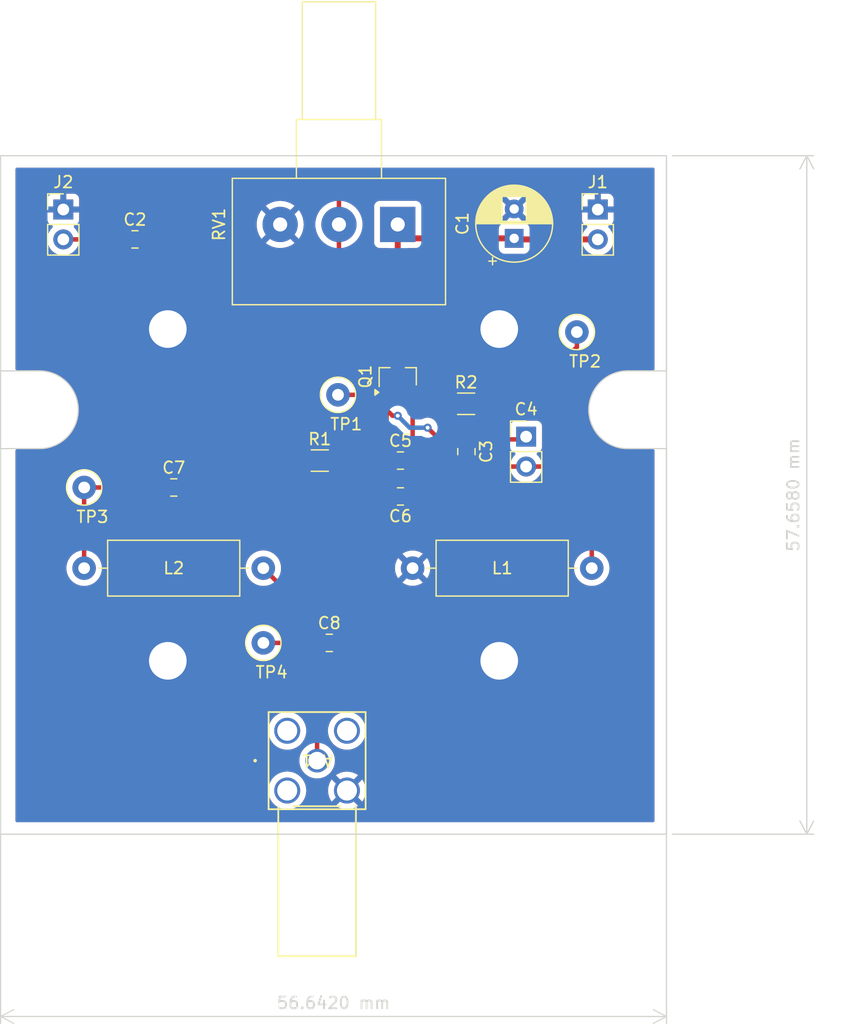
<source format=kicad_pcb>
(kicad_pcb (version 20240108) (generator "pcbnew") (generator_version "8.0")
  (title_block (title "Enter Title On Page Setting Dialog") (rev "1") (company "Ashton Johnson"))
  (layers (0 "F.Cu" signal) (31 "B.Cu" signal) (35 "F.Paste" user) (36 "B.SilkS" user "B.Silkscreen") (37 "F.SilkS" user "F.Silkscreen") (38 "B.Mask" user) (39 "F.Mask" user) (44 "Edge.Cuts" user))
  (net 0 "")
  (net 1 "GND")
  (net 2 "Net-(AE1-A)")
  (net 3 "+9V")
  (net 4 "Net-(J2-Pin_2)")
  (net 5 "Net-(C2-Pad2)")
  (net 6 "Net-(C3-Pad2)")
  (net 7 "Net-(Q1-B)")
  (net 8 "Net-(Q1-E)")
  (net 9 "Net-(C6-Pad2)")
  (footprint "TestPoint:TestPoint_Loop_D2.50mm_Drill1.0mm" (layer "F.Cu") (at 122.352 83.744)
    (property "Reference" "TP4" (at 0.7 2.5 0) (layer "F.SilkS"))
    (property "Value" "Output")
    (fp_circle (center 0 0) (end 1.5 0) (stroke (width 0.12)) (fill none) (layer "F.SilkS"))
    (pad "1" thru_hole circle (at 0 0) (size 2 2) (drill 1) (layers "*.Cu" "*.Mask") (net 2 "Net-(AE1-A)"))
  )
  (footprint "MountingHole:MountingHole_3.2mm_M3_ISO7380" (layer "F.Cu") (at 142.418 85.268)
    (property "Reference" "MH4" (hide yes))
    (property "Value" "MountingHole_3.2mm_M3_ISO7380" (hide yes))
    (pad "" np_thru_hole circle (at 0 0) (size 3.2 3.2) (drill 3.2) (layers "*.Cu" "*.Mask"))
  )
  (footprint "Connector_PinHeader_2.54mm:PinHeader_1x02_P2.54mm_Vertical" (layer "F.Cu") (at 144.704 66.218)
    (property "Reference" "C4" (at 0 -2.33 0) (layer "F.SilkS"))
    (property "Value" "20/160pF")
    (fp_line (start -1.33 -1.33) (end 0 -1.33) (stroke (width 0.12)) (layer "F.SilkS"))
    (fp_line (start -1.33 0) (end -1.33 -1.33) (stroke (width 0.12)) (layer "F.SilkS"))
    (fp_line (start -1.33 1.27) (end -1.33 3.87) (stroke (width 0.12)) (layer "F.SilkS"))
    (fp_line (start -1.33 1.27) (end 1.33 1.27) (stroke (width 0.12)) (layer "F.SilkS"))
    (fp_line (start -1.33 3.87) (end 1.33 3.87) (stroke (width 0.12)) (layer "F.SilkS"))
    (fp_line (start 1.33 1.27) (end 1.33 3.87) (stroke (width 0.12)) (layer "F.SilkS"))
    (pad "1" thru_hole rect (at 0 0) (size 1.7 1.7) (drill 1) (layers "*.Cu" "*.Mask") (net 7 "Net-(Q1-B)"))
    (pad "2" thru_hole oval (at 0 2.54) (size 1.7 1.7) (drill 1) (layers "*.Cu" "*.Mask") (net 6 "Net-(C3-Pad2)"))
  )
  (footprint "Potentiometer_THT:Potentiometer_Alps_RK163_Single_Horizontal" (layer "F.Cu") (at 133.782 48.184 -90)
    (property "Reference" "RV1" (at 0 15.2 90) (layer "F.SilkS"))
    (property "Value" "100k")
    (fp_line (start -3.92 14.07) (end -3.92 -4.07) (stroke (width 0.12)) (layer "F.SilkS"))
    (fp_line (start 6.82 14.07) (end -3.92 14.07) (stroke (width 0.12)) (layer "F.SilkS"))
    (fp_line (start 6.82 14.07) (end 6.82 -4.07) (stroke (width 0.12)) (layer "F.SilkS"))
    (fp_line (start -8.92 8.62) (end -8.92 1.38) (stroke (width 0.12)) (layer "F.SilkS"))
    (fp_line (start -3.92 8.62) (end -8.92 8.62) (stroke (width 0.12)) (layer "F.SilkS"))
    (fp_line (start -18.92 8.12) (end -18.92 1.88) (stroke (width 0.12)) (layer "F.SilkS"))
    (fp_line (start -8.92 8.12) (end -18.92 8.12) (stroke (width 0.12)) (layer "F.SilkS"))
    (fp_line (start -8.92 1.88) (end -18.92 1.88) (stroke (width 0.12)) (layer "F.SilkS"))
    (fp_line (start -3.92 1.38) (end -8.92 1.38) (stroke (width 0.12)) (layer "F.SilkS"))
    (fp_line (start 6.82 -4.07) (end -3.92 -4.07) (stroke (width 0.12)) (layer "F.SilkS"))
    (pad "1" thru_hole rect (at 0 0 90) (size 3 3) (drill 1.2) (layers "*.Cu" "*.Mask") (net 3 "+9V"))
    (pad "2" thru_hole circle (at 0 5 90) (size 3 3) (drill 1.2) (layers "*.Cu" "*.Mask") (net 5 "Net-(C2-Pad2)"))
    (pad "3" thru_hole circle (at 0 10 90) (size 3 3) (drill 1.2) (layers "*.Cu" "*.Mask") (net 1 "GND"))
  )
  (footprint "Capacitor_SMD:C_0805_2012Metric_Pad1.18x1.45mm_HandSolder" (layer "F.Cu") (at 139.624 67.488 -90)
    (property "Reference" "C3" (at 0 -1.68 90) (layer "F.SilkS"))
    (property "Value" "20pF")
    (fp_line (start -0.261252 0.735) (end 0.261252 0.735) (stroke (width 0.12)) (layer "F.SilkS"))
    (fp_line (start -0.261252 -0.735) (end 0.261252 -0.735) (stroke (width 0.12)) (layer "F.SilkS"))
    (pad "1" smd roundrect (at -1.0375 0 270) (size 1.175 1.45) (layers "F.Cu" "F.Paste" "F.Mask") (roundrect_rratio 0.212766) (net 7 "Net-(Q1-B)"))
    (pad "2" smd roundrect (at 1.0375 0 270) (size 1.175 1.45) (layers "F.Cu" "F.Paste" "F.Mask") (roundrect_rratio 0.212766) (net 6 "Net-(C3-Pad2)"))
  )
  (footprint "TestPoint:TestPoint_Loop_D2.50mm_Drill1.0mm" (layer "F.Cu") (at 107.112 70.536)
    (property "Reference" "TP3" (at 0.7 2.5 0) (layer "F.SilkS"))
    (property "Value" "Unfiltered Output")
    (fp_circle (center 0 0) (end 1.5 0) (stroke (width 0.12)) (fill none) (layer "F.SilkS"))
    (pad "1" thru_hole circle (at 0 0) (size 2 2) (drill 1) (layers "*.Cu" "*.Mask") (net 9 "Net-(C6-Pad2)"))
  )
  (footprint "Capacitor_SMD:C_0805_2012Metric_Pad1.18x1.45mm_HandSolder" (layer "F.Cu") (at 127.9615 83.744)
    (property "Reference" "C8" (at 0 -1.68 0) (layer "F.SilkS"))
    (property "Value" "47pF")
    (fp_line (start -0.261252 -0.735) (end 0.261252 -0.735) (stroke (width 0.12)) (layer "F.SilkS"))
    (fp_line (start -0.261252 0.735) (end 0.261252 0.735) (stroke (width 0.12)) (layer "F.SilkS"))
    (pad "1" smd roundrect (at -1.0375 0) (size 1.175 1.45) (layers "F.Cu" "F.Paste" "F.Mask") (roundrect_rratio 0.212766) (net 2 "Net-(AE1-A)"))
    (pad "2" smd roundrect (at 1.0375 0) (size 1.175 1.45) (layers "F.Cu" "F.Paste" "F.Mask") (roundrect_rratio 0.212766) (net 1 "GND"))
  )
  (footprint "gos:COAX4GND_132203RP_AMP" (layer "F.Cu") (at 126.924 93.7516 180)
    (property "Reference" "AE1" (at 0 0 180) (layer "F.SilkS"))
    (property "Value" "~")
    (fp_line (start 4.1275 4.1275) (end 4.1275 -4.1275) (stroke (width 0.1524)) (layer "F.SilkS"))
    (fp_line (start 4.1275 -4.1275) (end -4.1275 -4.1275) (stroke (width 0.1524)) (layer "F.SilkS"))
    (fp_line (start 3.302 -3.8735) (end 3.302 -16.6243) (stroke (width 0.1524)) (layer "F.SilkS"))
    (fp_line (start 3.302 -16.6243) (end -3.302 -16.6243) (stroke (width 0.1524)) (layer "F.SilkS"))
    (fp_line (start -2.002797 -3.8735) (end 2.002797 -3.8735) (stroke (width 0.1524)) (layer "F.SilkS"))
    (fp_line (start -3.302 -16.6243) (end -3.302 -3.8735) (stroke (width 0.1524)) (layer "F.SilkS"))
    (fp_line (start -4.1275 4.1275) (end 4.1275 4.1275) (stroke (width 0.1524)) (layer "F.SilkS"))
    (fp_line (start -4.1275 -4.1275) (end -4.1275 4.1275) (stroke (width 0.1524)) (layer "F.SilkS"))
    (fp_circle (center 5.2705 0) (end 5.3467 0) (stroke (width 0.1524)) (fill none) (layer "F.SilkS"))
    (pad "1" thru_hole circle (at 0 0 180) (size 2.0066 2.0066) (drill 1.4986) (layers "*.Cu" "*.Mask") (net 2 "Net-(AE1-A)"))
    (pad "2" thru_hole circle (at -2.54 -2.54 180) (size 2.2098 2.2098) (drill 1.7018) (layers "*.Cu" "*.Mask") (net 1 "GND"))
    (pad "3" thru_hole circle (at -2.54 2.54 180) (size 2.2098 2.2098) (drill 1.7018) (layers "*.Cu" "*.Mask"))
    (pad "4" thru_hole circle (at 2.54 2.54 180) (size 2.2098 2.2098) (drill 1.7018) (layers "*.Cu" "*.Mask"))
    (pad "5" thru_hole circle (at 2.54 -2.54 180) (size 2.2098 2.2098) (drill 1.7018) (layers "*.Cu" "*.Mask"))
  )
  (footprint "Inductor_THT:L_Axial_L11.0mm_D4.5mm_P15.24mm_Horizontal_Fastron_MECC" (layer "F.Cu") (at 135.047 77.394)
    (property "Reference" "L1" (at 7.625 0 0) (layer "F.SilkS"))
    (property "Value" "330uH")
    (fp_line (start 1.24 0) (end 2 0) (stroke (width 0.12)) (layer "F.SilkS"))
    (fp_line (start 2 -2.37) (end 2 2.37) (stroke (width 0.12)) (layer "F.SilkS"))
    (fp_line (start 2 2.37) (end 13.24 2.37) (stroke (width 0.12)) (layer "F.SilkS"))
    (fp_line (start 13.24 -2.37) (end 2 -2.37) (stroke (width 0.12)) (layer "F.SilkS"))
    (fp_line (start 13.24 2.37) (end 13.24 -2.37) (stroke (width 0.12)) (layer "F.SilkS"))
    (fp_line (start 14 0) (end 13.24 0) (stroke (width 0.12)) (layer "F.SilkS"))
    (pad "1" thru_hole circle (at 0 0) (size 2 2) (drill 1) (layers "*.Cu" "*.Mask") (net 1 "GND"))
    (pad "2" thru_hole oval (at 15.24 0) (size 2 2) (drill 1) (layers "*.Cu" "*.Mask") (net 6 "Net-(C3-Pad2)"))
  )
  (footprint "MountingHole:MountingHole_3.2mm_M3_ISO7380" (layer "F.Cu") (at 114.224 85.268)
    (property "Reference" "MH2" (hide yes))
    (property "Value" "MountingHole_3.2mm_M3_ISO7380" (hide yes))
    (pad "" np_thru_hole circle (at 0 0) (size 3.2 3.2) (drill 3.2) (layers "*.Cu" "*.Mask"))
  )
  (footprint "Resistor_SMD:R_1206_3216Metric_Pad1.30x1.75mm_HandSolder" (layer "F.Cu") (at 127.152 68.25)
    (property "Reference" "R1" (at 0 -1.82 0) (layer "F.SilkS"))
    (property "Value" "10k")
    (fp_line (start -0.727064 -0.91) (end 0.727064 -0.91) (stroke (width 0.12)) (layer "F.SilkS"))
    (fp_line (start -0.727064 0.91) (end 0.727064 0.91) (stroke (width 0.12)) (layer "F.SilkS"))
    (pad "1" smd roundrect (at -1.55 0) (size 1.3 1.75) (layers "F.Cu" "F.Paste" "F.Mask") (roundrect_rratio 0.192308) (net 5 "Net-(C2-Pad2)"))
    (pad "2" smd roundrect (at 1.55 0) (size 1.3 1.75) (layers "F.Cu" "F.Paste" "F.Mask") (roundrect_rratio 0.192308) (net 7 "Net-(Q1-B)"))
  )
  (footprint "Capacitor_SMD:C_0805_2012Metric_Pad1.18x1.45mm_HandSolder" (layer "F.Cu") (at 134.0145 68.25)
    (property "Reference" "C5" (at 0 -1.68 0) (layer "F.SilkS"))
    (property "Value" "220pF")
    (fp_line (start -0.261252 -0.735) (end 0.261252 -0.735) (stroke (width 0.12)) (layer "F.SilkS"))
    (fp_line (start -0.261252 0.735) (end 0.261252 0.735) (stroke (width 0.12)) (layer "F.SilkS"))
    (pad "1" smd roundrect (at -1.0375 0) (size 1.175 1.45) (layers "F.Cu" "F.Paste" "F.Mask") (roundrect_rratio 0.212766) (net 7 "Net-(Q1-B)"))
    (pad "2" smd roundrect (at 1.0375 0) (size 1.175 1.45) (layers "F.Cu" "F.Paste" "F.Mask") (roundrect_rratio 0.212766) (net 8 "Net-(Q1-E)"))
  )
  (footprint "Inductor_THT:L_Axial_L11.0mm_D4.5mm_P15.24mm_Horizontal_Fastron_MECC" (layer "F.Cu") (at 107.107 77.394)
    (property "Reference" "L2" (at 7.625 0 0) (layer "F.SilkS"))
    (property "Value" "220uH")
    (fp_line (start 1.24 0) (end 2 0) (stroke (width 0.12)) (layer "F.SilkS"))
    (fp_line (start 2 -2.37) (end 2 2.37) (stroke (width 0.12)) (layer "F.SilkS"))
    (fp_line (start 2 2.37) (end 13.24 2.37) (stroke (width 0.12)) (layer "F.SilkS"))
    (fp_line (start 13.24 -2.37) (end 2 -2.37) (stroke (width 0.12)) (layer "F.SilkS"))
    (fp_line (start 13.24 2.37) (end 13.24 -2.37) (stroke (width 0.12)) (layer "F.SilkS"))
    (fp_line (start 14 0) (end 13.24 0) (stroke (width 0.12)) (layer "F.SilkS"))
    (pad "1" thru_hole circle (at 0 0) (size 2 2) (drill 1) (layers "*.Cu" "*.Mask") (net 9 "Net-(C6-Pad2)"))
    (pad "2" thru_hole oval (at 15.24 0) (size 2 2) (drill 1) (layers "*.Cu" "*.Mask") (net 2 "Net-(AE1-A)"))
  )
  (footprint "Capacitor_SMD:C_0805_2012Metric_Pad1.18x1.45mm_HandSolder" (layer "F.Cu") (at 134.0145 71.298 180)
    (property "Reference" "C6" (at 0 -1.68 180) (layer "F.SilkS"))
    (property "Value" "100nF")
    (fp_line (start -0.261252 0.735) (end 0.261252 0.735) (stroke (width 0.12)) (layer "F.SilkS"))
    (fp_line (start -0.261252 -0.735) (end 0.261252 -0.735) (stroke (width 0.12)) (layer "F.SilkS"))
    (pad "1" smd roundrect (at -1.0375 0 180) (size 1.175 1.45) (layers "F.Cu" "F.Paste" "F.Mask") (roundrect_rratio 0.212766) (net 8 "Net-(Q1-E)"))
    (pad "2" smd roundrect (at 1.0375 0 180) (size 1.175 1.45) (layers "F.Cu" "F.Paste" "F.Mask") (roundrect_rratio 0.212766) (net 9 "Net-(C6-Pad2)"))
  )
  (footprint "TestPoint:TestPoint_Loop_D2.50mm_Drill1.0mm" (layer "F.Cu") (at 149.022 57.328)
    (property "Reference" "TP2" (at 0.7 2.5 0) (layer "F.SilkS"))
    (property "Value" "Q1 Output")
    (fp_circle (center 0 0) (end 1.5 0) (stroke (width 0.12)) (fill none) (layer "F.SilkS"))
    (pad "1" thru_hole circle (at 0 0) (size 2 2) (drill 1) (layers "*.Cu" "*.Mask") (net 8 "Net-(Q1-E)"))
  )
  (footprint "Connector_PinHeader_2.54mm:PinHeader_1x02_P2.54mm_Vertical" (layer "F.Cu") (at 150.8 46.914)
    (property "Reference" "J1" (at 0 -2.33 0) (layer "F.SilkS"))
    (property "Value" "Power 9V")
    (fp_line (start -1.33 -1.33) (end 0 -1.33) (stroke (width 0.12)) (layer "F.SilkS"))
    (fp_line (start -1.33 0) (end -1.33 -1.33) (stroke (width 0.12)) (layer "F.SilkS"))
    (fp_line (start -1.33 1.27) (end -1.33 3.87) (stroke (width 0.12)) (layer "F.SilkS"))
    (fp_line (start -1.33 1.27) (end 1.33 1.27) (stroke (width 0.12)) (layer "F.SilkS"))
    (fp_line (start -1.33 3.87) (end 1.33 3.87) (stroke (width 0.12)) (layer "F.SilkS"))
    (fp_line (start 1.33 1.27) (end 1.33 3.87) (stroke (width 0.12)) (layer "F.SilkS"))
    (pad "1" thru_hole rect (at 0 0) (size 1.7 1.7) (drill 1) (layers "*.Cu" "*.Mask") (net 1 "GND"))
    (pad "2" thru_hole oval (at 0 2.54) (size 1.7 1.7) (drill 1) (layers "*.Cu" "*.Mask") (net 3 "+9V"))
  )
  (footprint "TestPoint:TestPoint_Loop_D2.50mm_Drill1.0mm" (layer "F.Cu") (at 128.702 62.662)
    (property "Reference" "TP1" (at 0.7 2.5 0) (layer "F.SilkS"))
    (property "Value" "Q1 Input")
    (fp_circle (center 0 0) (end 1.5 0) (stroke (width 0.12)) (fill none) (layer "F.SilkS"))
    (pad "1" thru_hole circle (at 0 0) (size 2 2) (drill 1) (layers "*.Cu" "*.Mask") (net 7 "Net-(Q1-B)"))
  )
  (footprint "Connector_PinHeader_2.54mm:PinHeader_1x02_P2.54mm_Vertical" (layer "F.Cu") (at 105.334 46.914)
    (property "Reference" "J2" (at 0 -2.33 0) (layer "F.SilkS"))
    (property "Value" "Signal in")
    (fp_line (start -1.33 -1.33) (end 0 -1.33) (stroke (width 0.12)) (layer "F.SilkS"))
    (fp_line (start -1.33 0) (end -1.33 -1.33) (stroke (width 0.12)) (layer "F.SilkS"))
    (fp_line (start -1.33 1.27) (end -1.33 3.87) (stroke (width 0.12)) (layer "F.SilkS"))
    (fp_line (start -1.33 1.27) (end 1.33 1.27) (stroke (width 0.12)) (layer "F.SilkS"))
    (fp_line (start -1.33 3.87) (end 1.33 3.87) (stroke (width 0.12)) (layer "F.SilkS"))
    (fp_line (start 1.33 1.27) (end 1.33 3.87) (stroke (width 0.12)) (layer "F.SilkS"))
    (pad "1" thru_hole rect (at 0 0) (size 1.7 1.7) (drill 1) (layers "*.Cu" "*.Mask") (net 1 "GND"))
    (pad "2" thru_hole oval (at 0 2.54) (size 1.7 1.7) (drill 1) (layers "*.Cu" "*.Mask") (net 4 "Net-(J2-Pin_2)"))
  )
  (footprint "Capacitor_THT:CP_Radial_D6.3mm_P2.50mm" (layer "F.Cu") (at 143.688 49.36638 90)
    (property "Reference" "C1" (at 1.25 -4.4 -90) (layer "F.SilkS"))
    (property "Value" "100uF")
    (fp_line (start 1.33 -3.23) (end 1.33 3.23) (stroke (width 0.12)) (layer "F.SilkS"))
    (fp_line (start 1.29 -3.23) (end 1.29 3.23) (stroke (width 0.12)) (layer "F.SilkS"))
    (fp_line (start 1.25 -3.23) (end 1.25 3.23) (stroke (width 0.12)) (layer "F.SilkS"))
    (fp_line (start 1.37 -3.228) (end 1.37 3.228) (stroke (width 0.12)) (layer "F.SilkS"))
    (fp_line (start 1.41 -3.227) (end 1.41 3.227) (stroke (width 0.12)) (layer "F.SilkS"))
    (fp_line (start 1.45 -3.224) (end 1.45 3.224) (stroke (width 0.12)) (layer "F.SilkS"))
    (fp_line (start 1.49 -3.222) (end 1.49 -1.04) (stroke (width 0.12)) (layer "F.SilkS"))
    (fp_line (start 1.53 -3.218) (end 1.53 -1.04) (stroke (width 0.12)) (layer "F.SilkS"))
    (fp_line (start 1.57 -3.215) (end 1.57 -1.04) (stroke (width 0.12)) (layer "F.SilkS"))
    (fp_line (start 1.61 -3.211) (end 1.61 -1.04) (stroke (width 0.12)) (layer "F.SilkS"))
    (fp_line (start 1.65 -3.206) (end 1.65 -1.04) (stroke (width 0.12)) (layer "F.SilkS"))
    (fp_line (start 1.69 -3.201) (end 1.69 -1.04) (stroke (width 0.12)) (layer "F.SilkS"))
    (fp_line (start 1.73 -3.195) (end 1.73 -1.04) (stroke (width 0.12)) (layer "F.SilkS"))
    (fp_line (start 1.77 -3.189) (end 1.77 -1.04) (stroke (width 0.12)) (layer "F.SilkS"))
    (fp_line (start 1.81 -3.182) (end 1.81 -1.04) (stroke (width 0.12)) (layer "F.SilkS"))
    (fp_line (start 1.85 -3.175) (end 1.85 -1.04) (stroke (width 0.12)) (layer "F.SilkS"))
    (fp_line (start 1.89 -3.167) (end 1.89 -1.04) (stroke (width 0.12)) (layer "F.SilkS"))
    (fp_line (start 1.93 -3.159) (end 1.93 -1.04) (stroke (width 0.12)) (layer "F.SilkS"))
    (fp_line (start 1.971 -3.15) (end 1.971 -1.04) (stroke (width 0.12)) (layer "F.SilkS"))
    (fp_line (start 2.011 -3.141) (end 2.011 -1.04) (stroke (width 0.12)) (layer "F.SilkS"))
    (fp_line (start 2.051 -3.131) (end 2.051 -1.04) (stroke (width 0.12)) (layer "F.SilkS"))
    (fp_line (start 2.091 -3.121) (end 2.091 -1.04) (stroke (width 0.12)) (layer "F.SilkS"))
    (fp_line (start 2.131 -3.11) (end 2.131 -1.04) (stroke (width 0.12)) (layer "F.SilkS"))
    (fp_line (start 2.171 -3.098) (end 2.171 -1.04) (stroke (width 0.12)) (layer "F.SilkS"))
    (fp_line (start 2.211 -3.086) (end 2.211 -1.04) (stroke (width 0.12)) (layer "F.SilkS"))
    (fp_line (start 2.251 -3.074) (end 2.251 -1.04) (stroke (width 0.12)) (layer "F.SilkS"))
    (fp_line (start 2.291 -3.061) (end 2.291 -1.04) (stroke (width 0.12)) (layer "F.SilkS"))
    (fp_line (start 2.331 -3.047) (end 2.331 -1.04) (stroke (width 0.12)) (layer "F.SilkS"))
    (fp_line (start 2.371 -3.033) (end 2.371 -1.04) (stroke (width 0.12)) (layer "F.SilkS"))
    (fp_line (start 2.411 -3.018) (end 2.411 -1.04) (stroke (width 0.12)) (layer "F.SilkS"))
    (fp_line (start 2.451 -3.002) (end 2.451 -1.04) (stroke (width 0.12)) (layer "F.SilkS"))
    (fp_line (start 2.491 -2.986) (end 2.491 -1.04) (stroke (width 0.12)) (layer "F.SilkS"))
    (fp_line (start 2.531 -2.97) (end 2.531 -1.04) (stroke (width 0.12)) (layer "F.SilkS"))
    (fp_line (start 2.571 -2.952) (end 2.571 -1.04) (stroke (width 0.12)) (layer "F.SilkS"))
    (fp_line (start 2.611 -2.934) (end 2.611 -1.04) (stroke (width 0.12)) (layer "F.SilkS"))
    (fp_line (start 2.651 -2.916) (end 2.651 -1.04) (stroke (width 0.12)) (layer "F.SilkS"))
    (fp_line (start 2.691 -2.896) (end 2.691 -1.04) (stroke (width 0.12)) (layer "F.SilkS"))
    (fp_line (start 2.731 -2.876) (end 2.731 -1.04) (stroke (width 0.12)) (layer "F.SilkS"))
    (fp_line (start 2.771 -2.856) (end 2.771 -1.04) (stroke (width 0.12)) (layer "F.SilkS"))
    (fp_line (start 2.811 -2.834) (end 2.811 -1.04) (stroke (width 0.12)) (layer "F.SilkS"))
    (fp_line (start 2.851 -2.812) (end 2.851 -1.04) (stroke (width 0.12)) (layer "F.SilkS"))
    (fp_line (start 2.891 -2.79) (end 2.891 -1.04) (stroke (width 0.12)) (layer "F.SilkS"))
    (fp_line (start 2.931 -2.766) (end 2.931 -1.04) (stroke (width 0.12)) (layer "F.SilkS"))
    (fp_line (start 2.971 -2.742) (end 2.971 -1.04) (stroke (width 0.12)) (layer "F.SilkS"))
    (fp_line (start 3.011 -2.716) (end 3.011 -1.04) (stroke (width 0.12)) (layer "F.SilkS"))
    (fp_line (start 3.051 -2.69) (end 3.051 -1.04) (stroke (width 0.12)) (layer "F.SilkS"))
    (fp_line (start 3.091 -2.664) (end 3.091 -1.04) (stroke (width 0.12)) (layer "F.SilkS"))
    (fp_line (start 3.131 -2.636) (end 3.131 -1.04) (stroke (width 0.12)) (layer "F.SilkS"))
    (fp_line (start 3.171 -2.607) (end 3.171 -1.04) (stroke (width 0.12)) (layer "F.SilkS"))
    (fp_line (start 3.211 -2.578) (end 3.211 -1.04) (stroke (width 0.12)) (layer "F.SilkS"))
    (fp_line (start 3.251 -2.548) (end 3.251 -1.04) (stroke (width 0.12)) (layer "F.SilkS"))
    (fp_line (start 3.291 -2.516) (end 3.291 -1.04) (stroke (width 0.12)) (layer "F.SilkS"))
    (fp_line (start 3.331 -2.484) (end 3.331 -1.04) (stroke (width 0.12)) (layer "F.SilkS"))
    (fp_line (start 3.371 -2.45) (end 3.371 -1.04) (stroke (width 0.12)) (layer "F.SilkS"))
    (fp_line (start 3.411 -2.416) (end 3.411 -1.04) (stroke (width 0.12)) (layer "F.SilkS"))
    (fp_line (start 3.451 -2.38) (end 3.451 -1.04) (stroke (width 0.12)) (layer "F.SilkS"))
    (fp_line (start 3.491 -2.343) (end 3.491 -1.04) (stroke (width 0.12)) (layer "F.SilkS"))
    (fp_line (start 3.531 -2.305) (end 3.531 -1.04) (stroke (width 0.12)) (layer "F.SilkS"))
    (fp_line (start 3.571 -2.265) (end 3.571 2.265) (stroke (width 0.12)) (layer "F.SilkS"))
    (fp_line (start 3.611 -2.224) (end 3.611 2.224) (stroke (width 0.12)) (layer "F.SilkS"))
    (fp_line (start 3.651 -2.182) (end 3.651 2.182) (stroke (width 0.12)) (layer "F.SilkS"))
    (fp_line (start -1.935241 -2.154) (end -1.935241 -1.524) (stroke (width 0.12)) (layer "F.SilkS"))
    (fp_line (start 3.691 -2.137) (end 3.691 2.137) (stroke (width 0.12)) (layer "F.SilkS"))
    (fp_line (start 3.731 -2.092) (end 3.731 2.092) (stroke (width 0.12)) (layer "F.SilkS"))
    (fp_line (start 3.771 -2.044) (end 3.771 2.044) (stroke (width 0.12)) (layer "F.SilkS"))
    (fp_line (start 3.811 -1.995) (end 3.811 1.995) (stroke (width 0.12)) (layer "F.SilkS"))
    (fp_line (start 3.851 -1.944) (end 3.851 1.944) (stroke (width 0.12)) (layer "F.SilkS"))
    (fp_line (start 3.891 -1.89) (end 3.891 1.89) (stroke (width 0.12)) (layer "F.SilkS"))
    (fp_line (start -2.250241 -1.839) (end -1.620241 -1.839) (stroke (width 0.12)) (layer "F.SilkS"))
    (fp_line (start 3.931 -1.834) (end 3.931 1.834) (stroke (width 0.12)) (layer "F.SilkS"))
    (fp_line (start 3.971 -1.776) (end 3.971 1.776) (stroke (width 0.12)) (layer "F.SilkS"))
    (fp_line (start 4.011 -1.714) (end 4.011 1.714) (stroke (width 0.12)) (layer "F.SilkS"))
    (fp_line (start 4.051 -1.65) (end 4.051 1.65) (stroke (width 0.12)) (layer "F.SilkS"))
    (fp_line (start 4.091 -1.581) (end 4.091 1.581) (stroke (width 0.12)) (layer "F.SilkS"))
    (fp_line (start 4.131 -1.509) (end 4.131 1.509) (stroke (width 0.12)) (layer "F.SilkS"))
    (fp_line (start 4.171 -1.432) (end 4.171 1.432) (stroke (width 0.12)) (layer "F.SilkS"))
    (fp_line (start 4.211 -1.35) (end 4.211 1.35) (stroke (width 0.12)) (layer "F.SilkS"))
    (fp_line (start 4.251 -1.262) (end 4.251 1.262) (stroke (width 0.12)) (layer "F.SilkS"))
    (fp_line (start 4.291 -1.165) (end 4.291 1.165) (stroke (width 0.12)) (layer "F.SilkS"))
    (fp_line (start 4.331 -1.059) (end 4.331 1.059) (stroke (width 0.12)) (layer "F.SilkS"))
    (fp_line (start 4.371 -0.94) (end 4.371 0.94) (stroke (width 0.12)) (layer "F.SilkS"))
    (fp_line (start 4.411 -0.802) (end 4.411 0.802) (stroke (width 0.12)) (layer "F.SilkS"))
    (fp_line (start 4.451 -0.633) (end 4.451 0.633) (stroke (width 0.12)) (layer "F.SilkS"))
    (fp_line (start 4.491 -0.402) (end 4.491 0.402) (stroke (width 0.12)) (layer "F.SilkS"))
    (fp_line (start 3.531 1.04) (end 3.531 2.305) (stroke (width 0.12)) (layer "F.SilkS"))
    (fp_line (start 3.491 1.04) (end 3.491 2.343) (stroke (width 0.12)) (layer "F.SilkS"))
    (fp_line (start 3.451 1.04) (end 3.451 2.38) (stroke (width 0.12)) (layer "F.SilkS"))
    (fp_line (start 3.411 1.04) (end 3.411 2.416) (stroke (width 0.12)) (layer "F.SilkS"))
    (fp_line (start 3.371 1.04) (end 3.371 2.45) (stroke (width 0.12)) (layer "F.SilkS"))
    (fp_line (start 3.331 1.04) (end 3.331 2.484) (stroke (width 0.12)) (layer "F.SilkS"))
    (fp_line (start 3.291 1.04) (end 3.291 2.516) (stroke (width 0.12)) (layer "F.SilkS"))
    (fp_line (start 3.251 1.04) (end 3.251 2.548) (stroke (width 0.12)) (layer "F.SilkS"))
    (fp_line (start 3.211 1.04) (end 3.211 2.578) (stroke (width 0.12)) (layer "F.SilkS"))
    (fp_line (start 3.171 1.04) (end 3.171 2.607) (stroke (width 0.12)) (layer "F.SilkS"))
    (fp_line (start 3.131 1.04) (end 3.131 2.636) (stroke (width 0.12)) (layer "F.SilkS"))
    (fp_line (start 3.091 1.04) (end 3.091 2.664) (stroke (width 0.12)) (layer "F.SilkS"))
    (fp_line (start 3.051 1.04) (end 3.051 2.69) (stroke (width 0.12)) (layer "F.SilkS"))
    (fp_line (start 3.011 1.04) (end 3.011 2.716) (stroke (width 0.12)) (layer "F.SilkS"))
    (fp_line (start 2.971 1.04) (end 2.971 2.742) (stroke (width 0.12)) (layer "F.SilkS"))
    (fp_line (start 2.931 1.04) (end 2.931 2.766) (stroke (width 0.12)) (layer "F.SilkS"))
    (fp_line (start 2.891 1.04) (end 2.891 2.79) (stroke (width 0.12)) (layer "F.SilkS"))
    (fp_line (start 2.851 1.04) (end 2.851 2.812) (stroke (width 0.12)) (layer "F.SilkS"))
    (fp_line (start 2.811 1.04) (end 2.811 2.834) (stroke (width 0.12)) (layer "F.SilkS"))
    (fp_line (start 2.771 1.04) (end 2.771 2.856) (stroke (width 0.12)) (layer "F.SilkS"))
    (fp_line (start 2.731 1.04) (end 2.731 2.876) (stroke (width 0.12)) (layer "F.SilkS"))
    (fp_line (start 2.691 1.04) (end 2.691 2.896) (stroke (width 0.12)) (layer "F.SilkS"))
    (fp_line (start 2.651 1.04) (end 2.651 2.916) (stroke (width 0.12)) (layer "F.SilkS"))
    (fp_line (start 2.611 1.04) (end 2.611 2.934) (stroke (width 0.12)) (layer "F.SilkS"))
    (fp_line (start 2.571 1.04) (end 2.571 2.952) (stroke (width 0.12)) (layer "F.SilkS"))
    (fp_line (start 2.531 1.04) (end 2.531 2.97) (stroke (width 0.12)) (layer "F.SilkS"))
    (fp_line (start 2.491 1.04) (end 2.491 2.986) (stroke (width 0.12)) (layer "F.SilkS"))
    (fp_line (start 2.451 1.04) (end 2.451 3.002) (stroke (width 0.12)) (layer "F.SilkS"))
    (fp_line (start 2.411 1.04) (end 2.411 3.018) (stroke (width 0.12)) (layer "F.SilkS"))
    (fp_line (start 2.371 1.04) (end 2.371 3.033) (stroke (width 0.12)) (layer "F.SilkS"))
    (fp_line (start 2.331 1.04) (end 2.331 3.047) (stroke (width 0.12)) (layer "F.SilkS"))
    (fp_line (start 2.291 1.04) (end 2.291 3.061) (stroke (width 0.12)) (layer "F.SilkS"))
    (fp_line (start 2.251 1.04) (end 2.251 3.074) (stroke (width 0.12)) (layer "F.SilkS"))
    (fp_line (start 2.211 1.04) (end 2.211 3.086) (stroke (width 0.12)) (layer "F.SilkS"))
    (fp_line (start 2.171 1.04) (end 2.171 3.098) (stroke (width 0.12)) (layer "F.SilkS"))
    (fp_line (start 2.131 1.04) (end 2.131 3.11) (stroke (width 0.12)) (layer "F.SilkS"))
    (fp_line (start 2.091 1.04) (end 2.091 3.121) (stroke (width 0.12)) (layer "F.SilkS"))
    (fp_line (start 2.051 1.04) (end 2.051 3.131) (stroke (width 0.12)) (layer "F.SilkS"))
    (fp_line (start 2.011 1.04) (end 2.011 3.141) (stroke (width 0.12)) (layer "F.SilkS"))
    (fp_line (start 1.971 1.04) (end 1.971 3.15) (stroke (width 0.12)) (layer "F.SilkS"))
    (fp_line (start 1.93 1.04) (end 1.93 3.159) (stroke (width 0.12)) (layer "F.SilkS"))
    (fp_line (start 1.89 1.04) (end 1.89 3.167) (stroke (width 0.12)) (layer "F.SilkS"))
    (fp_line (start 1.85 1.04) (end 1.85 3.175) (stroke (width 0.12)) (layer "F.SilkS"))
    (fp_line (start 1.81 1.04) (end 1.81 3.182) (stroke (width 0.12)) (layer "F.SilkS"))
    (fp_line (start 1.77 1.04) (end 1.77 3.189) (stroke (width 0.12)) (layer "F.SilkS"))
    (fp_line (start 1.73 1.04) (end 1.73 3.195) (stroke (width 0.12)) (layer "F.SilkS"))
    (fp_line (start 1.69 1.04) (end 1.69 3.201) (stroke (width 0.12)) (layer "F.SilkS"))
    (fp_line (start 1.65 1.04) (end 1.65 3.206) (stroke (width 0.12)) (layer "F.SilkS"))
    (fp_line (start 1.61 1.04) (end 1.61 3.211) (stroke (width 0.12)) (layer "F.SilkS"))
    (fp_line (start 1.57 1.04) (end 1.57 3.215) (stroke (width 0.12)) (layer "F.SilkS"))
    (fp_line (start 1.53 1.04) (end 1.53 3.218) (stroke (width 0.12)) (layer "F.SilkS"))
    (fp_line (start 1.49 1.04) (end 1.49 3.222) (stroke (width 0.12)) (layer "F.SilkS"))
    (fp_circle (center 1.25 0) (end 4.52 0) (stroke (width 0.12)) (fill none) (layer "F.SilkS"))
    (pad "1" thru_hole rect (at 0 0 90) (size 1.6 1.6) (drill 0.8) (layers "*.Cu" "*.Mask") (net 3 "+9V"))
    (pad "2" thru_hole circle (at 2.5 0 90) (size 1.6 1.6) (drill 0.8) (layers "*.Cu" "*.Mask") (net 1 "GND"))
  )
  (footprint "Capacitor_SMD:C_0805_2012Metric_Pad1.18x1.45mm_HandSolder" (layer "F.Cu") (at 111.43 49.454)
    (property "Reference" "C2" (at 0 -1.68 0) (layer "F.SilkS"))
    (property "Value" "100nF")
    (fp_line (start -0.261252 -0.735) (end 0.261252 -0.735) (stroke (width 0.12)) (layer "F.SilkS"))
    (fp_line (start -0.261252 0.735) (end 0.261252 0.735) (stroke (width 0.12)) (layer "F.SilkS"))
    (pad "1" smd roundrect (at -1.0375 0) (size 1.175 1.45) (layers "F.Cu" "F.Paste" "F.Mask") (roundrect_rratio 0.212766) (net 4 "Net-(J2-Pin_2)"))
    (pad "2" smd roundrect (at 1.0375 0) (size 1.175 1.45) (layers "F.Cu" "F.Paste" "F.Mask") (roundrect_rratio 0.212766) (net 5 "Net-(C2-Pad2)"))
  )
  (footprint "Package_TO_SOT_SMD:SOT-23_Handsoldering" (layer "F.Cu") (at 133.782 61.114 90)
    (property "Reference" "Q1" (at 0 -2.75 -90) (layer "F.SilkS"))
    (property "Value" "S9013")
    (fp_line (start 0.76 -1.58) (end 0.76 -0.65) (stroke (width 0.12)) (layer "F.SilkS"))
    (fp_line (start -0.04 -1.58) (end 0.76 -1.58) (stroke (width 0.12)) (layer "F.SilkS"))
    (fp_line (start -0.04 -1.58) (end -0.84 -1.58) (stroke (width 0.12)) (layer "F.SilkS"))
    (fp_line (start 0.76 1.58) (end 0.76 0.65) (stroke (width 0.12)) (layer "F.SilkS"))
    (fp_line (start 0.76 1.58) (end -0.7 1.58) (stroke (width 0.12)) (layer "F.SilkS"))
    (fp_poly (pts (xy -1.34 -1.61) (xy -1.58 -1.94) (xy -1.1 -1.94) (xy -1.34 -1.61)) (stroke (width 0.12)) (fill solid) (layer "F.SilkS"))
    (pad "1" smd roundrect (at -1.5 -0.95 90) (size 1.9 0.8) (layers "F.Cu" "F.Paste" "F.Mask") (net 7 "Net-(Q1-B)"))
    (pad "2" smd roundrect (at -1.5 0.95 90) (size 1.9 0.8) (layers "F.Cu" "F.Paste" "F.Mask") (net 8 "Net-(Q1-E)"))
    (pad "3" smd roundrect (at 1.5 0 90) (size 1.9 0.8) (layers "F.Cu" "F.Paste" "F.Mask") (net 3 "+9V"))
  )
  (footprint "Resistor_SMD:R_1206_3216Metric_Pad1.30x1.75mm_HandSolder" (layer "F.Cu") (at 139.598 63.424)
    (property "Reference" "R2" (at 0 -1.82 0) (layer "F.SilkS"))
    (property "Value" "R")
    (fp_line (start -0.727064 -0.91) (end 0.727064 -0.91) (stroke (width 0.12)) (layer "F.SilkS"))
    (fp_line (start -0.727064 0.91) (end 0.727064 0.91) (stroke (width 0.12)) (layer "F.SilkS"))
    (pad "1" smd roundrect (at -1.55 0) (size 1.3 1.75) (layers "F.Cu" "F.Paste" "F.Mask") (roundrect_rratio 0.192308) (net 8 "Net-(Q1-E)"))
    (pad "2" smd roundrect (at 1.55 0) (size 1.3 1.75) (layers "F.Cu" "F.Paste" "F.Mask") (roundrect_rratio 0.192308) (net 1 "GND"))
  )
  (footprint "Capacitor_SMD:C_0805_2012Metric_Pad1.18x1.45mm_HandSolder" (layer "F.Cu") (at 114.732 70.536)
    (property "Reference" "C7" (at 0 -1.68 0) (layer "F.SilkS"))
    (property "Value" "560pF")
    (fp_line (start -0.261252 -0.735) (end 0.261252 -0.735) (stroke (width 0.12)) (layer "F.SilkS"))
    (fp_line (start -0.261252 0.735) (end 0.261252 0.735) (stroke (width 0.12)) (layer "F.SilkS"))
    (pad "1" smd roundrect (at -1.0375 0) (size 1.175 1.45) (layers "F.Cu" "F.Paste" "F.Mask") (roundrect_rratio 0.212766) (net 9 "Net-(C6-Pad2)"))
    (pad "2" smd roundrect (at 1.0375 0) (size 1.175 1.45) (layers "F.Cu" "F.Paste" "F.Mask") (roundrect_rratio 0.212766) (net 1 "GND"))
  )
  (footprint "MountingHole:MountingHole_3.2mm_M3_ISO7380" (layer "F.Cu") (at 142.418 57.074)
    (property "Reference" "MH3" (hide yes))
    (property "Value" "MountingHole_3.2mm_M3_ISO7380" (hide yes))
    (pad "" np_thru_hole circle (at 0 0) (size 3.2 3.2) (drill 3.2) (layers "*.Cu" "*.Mask"))
  )
  (footprint "MountingHole:MountingHole_3.2mm_M3_ISO7380" (layer "F.Cu") (at 114.224 57.074)
    (property "Reference" "MH1" (hide yes))
    (property "Value" "MountingHole_3.2mm_M3_ISO7380" (hide yes))
    (pad "" np_thru_hole circle (at 0 0) (size 3.2 3.2) (drill 3.2) (layers "*.Cu" "*.Mask"))
  )
  (gr_line (start 100 60.63) (end 100 42.342) (stroke (width 0.1)) (layer "Edge.Cuts"))
  (gr_arc (start 153.34 67.234) (mid 150.038 63.932) (end 153.34 60.63) (stroke (width 0.1)) (layer "Edge.Cuts"))
  (gr_line (start 156.642 60.63) (end 156.642 42.342) (stroke (width 0.1)) (layer "Edge.Cuts"))
  (gr_line (start 100 100) (end 156.642 100) (stroke (width 0.1)) (layer "Edge.Cuts"))
  (gr_line (start 103.302 67.234) (end 100 67.234) (stroke (width 0.1)) (layer "Edge.Cuts"))
  (gr_arc (start 103.302 60.63) (mid 106.604 63.932) (end 103.302 67.234) (stroke (width 0.1)) (layer "Edge.Cuts"))
  (gr_line (start 153.34 67.234) (end 156.642 67.234) (stroke (width 0.1)) (layer "Edge.Cuts"))
  (gr_line (start 103.302 60.63) (end 100 60.63) (stroke (width 0.1)) (layer "Edge.Cuts"))
  (gr_line (start 100 67.234) (end 100 100) (stroke (width 0.1)) (layer "Edge.Cuts"))
  (gr_line (start 156.642 42.342) (end 100 42.342) (stroke (width 0.1)) (layer "Edge.Cuts"))
  (gr_line (start 153.34 60.63) (end 156.642 60.63) (stroke (width 0.1)) (layer "Edge.Cuts"))
  (gr_line (start 156.642 100) (end 156.642 67.234) (stroke (width 0.1)) (layer "Edge.Cuts"))
  (dimension (type aligned) (layer "Edge.Cuts") (pts (xy 156.642 42.342) (xy 156.642 100)) (height -11.938) (gr_text "57.6580 mm" (at 167.43 71.171 90) (layer "Edge.Cuts") (effects (font (size 1 1) (thickness 0.15)))) (format (prefix "") (suffix "") (units 3) (units_format 1) (precision 4)) (style (thickness 0.1) (arrow_length 1.27) (text_position_mode 0) (extension_height 0.58642) (extension_offset 0.5) keep_text_aligned))
  (dimension (type aligned) (layer "Edge.Cuts") (pts (xy 100 42.342) (xy 156.642 42.342)) (height 73.152) (gr_text "56.6420 mm" (at 128.321 114.344 0) (layer "Edge.Cuts") (effects (font (size 1 1) (thickness 0.15)))) (format (prefix "") (suffix "") (units 3) (units_format 1) (precision 4)) (style (thickness 0.1) (arrow_length 1.27) (text_position_mode 0) (extension_height 0.58642) (extension_offset 0.5) keep_text_aligned))
  (segment (start 122.347 77.394) (end 126.924 81.971) (width 0.381) (layer "F.Cu") (net 2))
  (segment (start 126.924 83.744) (end 126.924 93.7516) (width 0.381) (layer "F.Cu") (net 2))
  (segment (start 126.924 83.744) (end 122.352 83.744) (width 0.381) (layer "F.Cu") (net 2))
  (segment (start 126.924 81.971) (end 126.924 83.744) (width 0.381) (layer "F.Cu") (net 2))
  (segment (start 134.96438 49.36638) (end 133.782 48.184) (width 0.381) (layer "F.Cu") (net 3))
  (segment (start 143.77562 49.454) (end 143.688 49.36638) (width 0.381) (layer "F.Cu") (net 3))
  (segment (start 133.782 48.184) (end 133.782 59.614) (width 0.508) (layer "F.Cu") (net 3))
  (segment (start 143.688 49.36638) (end 134.96438 49.36638) (width 0.508) (layer "F.Cu") (net 3))
  (segment (start 150.8 49.454) (end 143.77562 49.454) (width 0.508) (layer "F.Cu") (net 3))
  (segment (start 105.334 49.454) (end 110.3925 49.454) (width 0.381) (layer "F.Cu") (net 4))
  (segment (start 127.686 44.882) (end 128.782 45.978) (width 0.381) (layer "F.Cu") (net 5))
  (segment (start 112.4675 49.454) (end 115.24 49.454) (width 0.381) (layer "F.Cu") (net 5))
  (segment (start 119.812 44.882) (end 127.686 44.882) (width 0.381) (layer "F.Cu") (net 5))
  (segment (start 115.24 49.454) (end 119.812 44.882) (width 0.381) (layer "F.Cu") (net 5))
  (segment (start 125.602 61.444) (end 125.602 68.25) (width 0.381) (layer "F.Cu") (net 5))
  (segment (start 128.782 45.978) (end 128.782 48.184) (width 0.381) (layer "F.Cu") (net 5))
  (segment (start 128.782 58.264) (end 125.602 61.444) (width 0.381) (layer "F.Cu") (net 5))
  (segment (start 128.782 48.184) (end 128.782 58.264) (width 0.381) (layer "F.Cu") (net 5))
  (segment (start 139.8565 68.758) (end 139.624 68.5255) (width 0.381) (layer "F.Cu") (net 6))
  (segment (start 144.704 68.758) (end 139.8565 68.758) (width 0.381) (layer "F.Cu") (net 6))
  (segment (start 150.287 69.515) (end 149.53 68.758) (width 0.381) (layer "F.Cu") (net 6))
  (segment (start 150.287 77.394) (end 150.287 69.515) (width 0.381) (layer "F.Cu") (net 6))
  (segment (start 149.53 68.758) (end 144.704 68.758) (width 0.381) (layer "F.Cu") (net 6))
  (segment (start 139.624 66.4505) (end 137.3165 66.4505) (width 0.381) (layer "F.Cu") (net 7))
  (segment (start 133.782 64.44) (end 133.34 64.44) (width 0.381) (layer "F.Cu") (net 7))
  (segment (start 132.832 68.105) (end 132.977 68.25) (width 0.381) (layer "F.Cu") (net 7))
  (segment (start 128.702 62.662) (end 132.784 62.662) (width 0.381) (layer "F.Cu") (net 7))
  (segment (start 132.832 63.932) (end 132.832 68.105) (width 0.381) (layer "F.Cu") (net 7))
  (segment (start 132.832 62.614) (end 132.832 63.932) (width 0.381) (layer "F.Cu") (net 7))
  (segment (start 132.784 62.662) (end 132.832 62.614) (width 0.381) (layer "F.Cu") (net 7))
  (segment (start 128.702 68.25) (end 132.977 68.25) (width 0.381) (layer "F.Cu") (net 7))
  (segment (start 133.34 64.44) (end 132.832 63.932) (width 0.381) (layer "F.Cu") (net 7))
  (segment (start 139.624 66.4505) (end 144.4715 66.4505) (width 0.381) (layer "F.Cu") (net 7))
  (segment (start 144.4715 66.4505) (end 144.704 66.218) (width 0.381) (layer "F.Cu") (net 7))
  (segment (start 137.3165 66.4505) (end 136.322 65.456) (width 0.381) (layer "F.Cu") (net 7))
  (via (at 136.322 65.456) (size 0.6858) (drill 0.3302) (layers "F.Cu" "B.Cu") (net 7))
  (via (at 133.782 64.44) (size 0.6858) (drill 0.3302) (layers "F.Cu" "B.Cu") (net 7))
  (segment (start 134.798 65.456) (end 133.782 64.44) (width 0.381) (layer "B.Cu") (net 7))
  (segment (start 136.322 65.456) (end 134.798 65.456) (width 0.381) (layer "B.Cu") (net 7))
  (segment (start 138.048 63.424) (end 140.08 61.392) (width 0.381) (layer "F.Cu") (net 8))
  (segment (start 135.052 63.932) (end 135.56 63.424) (width 0.381) (layer "F.Cu") (net 8))
  (segment (start 135.052 68.25) (end 135.052 63.932) (width 0.381) (layer "F.Cu") (net 8))
  (segment (start 149.022 58.598) (end 149.022 57.328) (width 0.381) (layer "F.Cu") (net 8))
  (segment (start 135.052 71.298) (end 135.052 68.25) (width 0.381) (layer "F.Cu") (net 8))
  (segment (start 135.542 63.424) (end 134.732 62.614) (width 0.381) (layer "F.Cu") (net 8))
  (segment (start 146.228 61.392) (end 149.022 58.598) (width 0.381) (layer "F.Cu") (net 8))
  (segment (start 140.08 61.392) (end 146.228 61.392) (width 0.381) (layer "F.Cu") (net 8))
  (segment (start 135.56 63.424) (end 135.542 63.424) (width 0.381) (layer "F.Cu") (net 8))
  (segment (start 138.048 63.424) (end 135.56 63.424) (width 0.381) (layer "F.Cu") (net 8))
  (segment (start 120.32 67.996) (end 114.478 67.996) (width 0.381) (layer "F.Cu") (net 9))
  (segment (start 107.107 70.541) (end 107.112 70.536) (width 0.381) (layer "F.Cu") (net 9))
  (segment (start 114.478 67.996) (end 113.6945 68.7795) (width 0.381) (layer "F.Cu") (net 9))
  (segment (start 113.6945 68.7795) (end 113.6945 70.536) (width 0.381) (layer "F.Cu") (net 9))
  (segment (start 113.6945 70.536) (end 107.112 70.536) (width 0.381) (layer "F.Cu") (net 9))
  (segment (start 132.977 71.298) (end 123.622 71.298) (width 0.381) (layer "F.Cu") (net 9))
  (segment (start 107.107 77.394) (end 107.107 70.541) (width 0.381) (layer "F.Cu") (net 9))
  (segment (start 123.622 71.298) (end 120.32 67.996) (width 0.381) (layer "F.Cu") (net 9))
  (zone (net 1) (net_name "GND") (layer "F.Cu") (connect_pads (clearance 0.508)) (min_thickness 0.25) (fill yes (thermal_gap 0.5) (thermal_bridge_width 0.5))
    (polygon (pts (xy 101.27 43.358) (xy 155.626 43.358) (xy 155.626 98.984) (xy 101.27 98.984)))
  )
  (zone (net 1) (net_name "GND") (layer "B.Cu") (connect_pads (clearance 0.508)) (min_thickness 0.25) (fill yes (thermal_gap 0.5) (thermal_bridge_width 0.5))
    (polygon (pts (xy 101.27 43.358) (xy 155.626 43.358) (xy 155.626 98.984) (xy 101.27 98.984)))
  )
)
</source>
